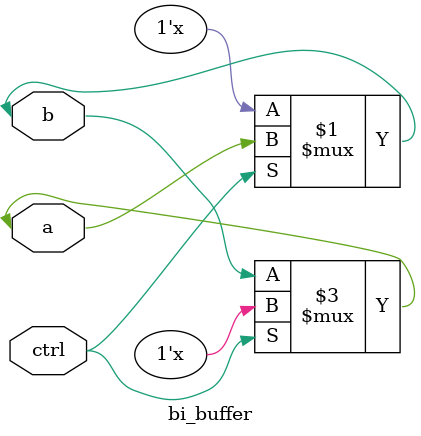
<source format=v>
module bi_buffer(a,b,ctrl);
input ctrl;
inout a,b;
bufif1 b1(b,a,ctrl);
bufif1 b2(a,b,~ctrl);
endmodule

</source>
